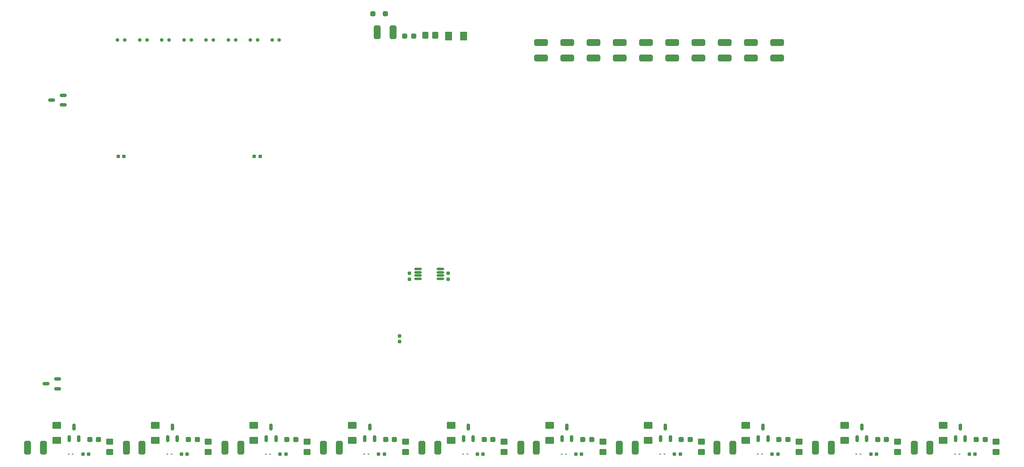
<source format=gbr>
%TF.GenerationSoftware,KiCad,Pcbnew,8.0.7*%
%TF.CreationDate,2025-03-17T18:41:30-07:00*%
%TF.ProjectId,launchController_noTemp,6c61756e-6368-4436-9f6e-74726f6c6c65,rev?*%
%TF.SameCoordinates,Original*%
%TF.FileFunction,Paste,Top*%
%TF.FilePolarity,Positive*%
%FSLAX46Y46*%
G04 Gerber Fmt 4.6, Leading zero omitted, Abs format (unit mm)*
G04 Created by KiCad (PCBNEW 8.0.7) date 2025-03-17 18:41:30*
%MOMM*%
%LPD*%
G01*
G04 APERTURE LIST*
G04 Aperture macros list*
%AMRoundRect*
0 Rectangle with rounded corners*
0 $1 Rounding radius*
0 $2 $3 $4 $5 $6 $7 $8 $9 X,Y pos of 4 corners*
0 Add a 4 corners polygon primitive as box body*
4,1,4,$2,$3,$4,$5,$6,$7,$8,$9,$2,$3,0*
0 Add four circle primitives for the rounded corners*
1,1,$1+$1,$2,$3*
1,1,$1+$1,$4,$5*
1,1,$1+$1,$6,$7*
1,1,$1+$1,$8,$9*
0 Add four rect primitives between the rounded corners*
20,1,$1+$1,$2,$3,$4,$5,0*
20,1,$1+$1,$4,$5,$6,$7,0*
20,1,$1+$1,$6,$7,$8,$9,0*
20,1,$1+$1,$8,$9,$2,$3,0*%
G04 Aperture macros list end*
%ADD10RoundRect,0.150000X0.150000X-0.512500X0.150000X0.512500X-0.150000X0.512500X-0.150000X-0.512500X0*%
%ADD11RoundRect,0.250000X-0.450000X0.350000X-0.450000X-0.350000X0.450000X-0.350000X0.450000X0.350000X0*%
%ADD12RoundRect,0.155000X-0.212500X-0.155000X0.212500X-0.155000X0.212500X0.155000X-0.212500X0.155000X0*%
%ADD13RoundRect,0.250001X0.462499X0.624999X-0.462499X0.624999X-0.462499X-0.624999X0.462499X-0.624999X0*%
%ADD14RoundRect,0.250000X-0.350000X-0.450000X0.350000X-0.450000X0.350000X0.450000X-0.350000X0.450000X0*%
%ADD15RoundRect,0.250000X-0.400000X-1.075000X0.400000X-1.075000X0.400000X1.075000X-0.400000X1.075000X0*%
%ADD16RoundRect,0.062500X-0.117500X-0.062500X0.117500X-0.062500X0.117500X0.062500X-0.117500X0.062500X0*%
%ADD17RoundRect,0.237500X-0.287500X-0.237500X0.287500X-0.237500X0.287500X0.237500X-0.287500X0.237500X0*%
%ADD18RoundRect,0.150000X0.150000X0.200000X-0.150000X0.200000X-0.150000X-0.200000X0.150000X-0.200000X0*%
%ADD19RoundRect,0.250000X1.075000X-0.400000X1.075000X0.400000X-1.075000X0.400000X-1.075000X-0.400000X0*%
%ADD20RoundRect,0.150000X0.512500X0.150000X-0.512500X0.150000X-0.512500X-0.150000X0.512500X-0.150000X0*%
%ADD21RoundRect,0.250001X-0.624999X0.462499X-0.624999X-0.462499X0.624999X-0.462499X0.624999X0.462499X0*%
%ADD22RoundRect,0.155000X0.155000X-0.212500X0.155000X0.212500X-0.155000X0.212500X-0.155000X-0.212500X0*%
%ADD23RoundRect,0.150000X-0.150000X-0.200000X0.150000X-0.200000X0.150000X0.200000X-0.150000X0.200000X0*%
%ADD24RoundRect,0.155000X-0.155000X0.212500X-0.155000X-0.212500X0.155000X-0.212500X0.155000X0.212500X0*%
%ADD25RoundRect,0.250000X-0.250000X-0.250000X0.250000X-0.250000X0.250000X0.250000X-0.250000X0.250000X0*%
%ADD26RoundRect,0.112500X-0.612500X-0.112500X0.612500X-0.112500X0.612500X0.112500X-0.612500X0.112500X0*%
%ADD27RoundRect,0.237500X0.287500X0.237500X-0.287500X0.237500X-0.287500X-0.237500X0.287500X-0.237500X0*%
G04 APERTURE END LIST*
D10*
%TO.C,Q9*%
X274057512Y-174787500D03*
X275957512Y-174787500D03*
X275007512Y-172512500D03*
%TD*%
D11*
%TO.C,R11*%
X282061964Y-175350000D03*
X282061964Y-177350000D03*
%TD*%
D12*
%TO.C,C13*%
X155405000Y-119160000D03*
X156540000Y-119160000D03*
%TD*%
D13*
%TO.C,D1*%
X196617500Y-95400000D03*
X193642500Y-95400000D03*
%TD*%
D14*
%TO.C,R1*%
X189080000Y-95270000D03*
X191080000Y-95270000D03*
%TD*%
D10*
%TO.C,Q3*%
X157776006Y-174787500D03*
X159676006Y-174787500D03*
X158726006Y-172512500D03*
%TD*%
D15*
%TO.C,R15*%
X149630458Y-176550000D03*
X152730458Y-176550000D03*
%TD*%
D16*
%TO.C,D25*%
X158526006Y-177850000D03*
X157686006Y-177850000D03*
%TD*%
D17*
%TO.C,D12*%
X297544509Y-174950000D03*
X299294509Y-174950000D03*
%TD*%
D18*
%TO.C,D37*%
X141627858Y-96160000D03*
X143027858Y-96160000D03*
%TD*%
D19*
%TO.C,R29*%
X227339998Y-99760000D03*
X227339998Y-96660000D03*
%TD*%
D20*
%TO.C,J15*%
X117777500Y-109010000D03*
X117777500Y-107110000D03*
X115502500Y-108060000D03*
%TD*%
D17*
%TO.C,D6*%
X181263003Y-174950000D03*
X183013003Y-174950000D03*
%TD*%
D21*
%TO.C,D14*%
X135914009Y-172162500D03*
X135914009Y-175137500D03*
%TD*%
D16*
%TO.C,D27*%
X197350000Y-177850000D03*
X196510000Y-177850000D03*
%TD*%
D19*
%TO.C,R28*%
X232506664Y-99760000D03*
X232506664Y-96660000D03*
%TD*%
D16*
%TO.C,D32*%
X294219509Y-177850000D03*
X293379509Y-177850000D03*
%TD*%
D15*
%TO.C,R18*%
X207866449Y-176550000D03*
X210966449Y-176550000D03*
%TD*%
D22*
%TO.C,C14*%
X184040000Y-155660000D03*
X184040000Y-154525000D03*
%TD*%
D23*
%TO.C,D34*%
X156054284Y-96160000D03*
X154654284Y-96160000D03*
%TD*%
D12*
%TO.C,C9*%
X257360515Y-177850000D03*
X258495515Y-177850000D03*
%TD*%
D15*
%TO.C,R22*%
X285323961Y-176550000D03*
X288423961Y-176550000D03*
%TD*%
D11*
%TO.C,R3*%
X126956464Y-175350000D03*
X126956464Y-177350000D03*
%TD*%
D21*
%TO.C,D21*%
X271607512Y-172162500D03*
X271607512Y-175137500D03*
%TD*%
D12*
%TO.C,C8*%
X238138994Y-177850000D03*
X239273994Y-177850000D03*
%TD*%
D15*
%TO.C,R17*%
X188454452Y-176550000D03*
X191554452Y-176550000D03*
%TD*%
D17*
%TO.C,D11*%
X278132512Y-174950000D03*
X279882512Y-174950000D03*
%TD*%
D23*
%TO.C,D40*%
X129911432Y-96160000D03*
X128511432Y-96160000D03*
%TD*%
D15*
%TO.C,R19*%
X227278446Y-176550000D03*
X230378446Y-176550000D03*
%TD*%
D24*
%TO.C,C17*%
X185928000Y-142180500D03*
X185928000Y-143315500D03*
%TD*%
D10*
%TO.C,Q4*%
X177188003Y-174787500D03*
X179088003Y-174787500D03*
X178138003Y-172512500D03*
%TD*%
%TO.C,Q8*%
X254645515Y-174787500D03*
X256545515Y-174787500D03*
X255595515Y-172512500D03*
%TD*%
D21*
%TO.C,D20*%
X252195515Y-172162500D03*
X252195515Y-175137500D03*
%TD*%
D16*
%TO.C,D29*%
X236173994Y-177850000D03*
X235333994Y-177850000D03*
%TD*%
D10*
%TO.C,Q6*%
X216011997Y-174787500D03*
X217911997Y-174787500D03*
X216961997Y-172512500D03*
%TD*%
D24*
%TO.C,C16*%
X193548000Y-142180500D03*
X193548000Y-143315500D03*
%TD*%
D16*
%TO.C,D23*%
X119702012Y-177850000D03*
X118862012Y-177850000D03*
%TD*%
D12*
%TO.C,C10*%
X276772512Y-177850000D03*
X277907512Y-177850000D03*
%TD*%
D10*
%TO.C,Q1*%
X118952012Y-174787500D03*
X120852012Y-174787500D03*
X119902012Y-172512500D03*
%TD*%
D23*
%TO.C,D36*%
X147340000Y-96160000D03*
X145940000Y-96160000D03*
%TD*%
D15*
%TO.C,R13*%
X110806464Y-176550000D03*
X113906464Y-176550000D03*
%TD*%
D25*
%TO.C,D41*%
X178730000Y-91030000D03*
X181230000Y-91030000D03*
%TD*%
D11*
%TO.C,R9*%
X243428446Y-175350000D03*
X243428446Y-177350000D03*
%TD*%
D21*
%TO.C,D15*%
X155326006Y-172162500D03*
X155326006Y-175137500D03*
%TD*%
D15*
%TO.C,R2*%
X179610000Y-94690000D03*
X182710000Y-94690000D03*
%TD*%
D21*
%TO.C,D19*%
X232973994Y-172162500D03*
X232973994Y-175137500D03*
%TD*%
D19*
%TO.C,R26*%
X242839996Y-99760000D03*
X242839996Y-96660000D03*
%TD*%
D11*
%TO.C,R7*%
X204604452Y-175350000D03*
X204604452Y-177350000D03*
%TD*%
D17*
%TO.C,D3*%
X123027012Y-174950000D03*
X124777012Y-174950000D03*
%TD*%
D16*
%TO.C,D24*%
X139114009Y-177850000D03*
X138274009Y-177850000D03*
%TD*%
D18*
%TO.C,D33*%
X158940000Y-96160000D03*
X160340000Y-96160000D03*
%TD*%
D12*
%TO.C,C6*%
X199315000Y-177850000D03*
X200450000Y-177850000D03*
%TD*%
D17*
%TO.C,D7*%
X200675000Y-174950000D03*
X202425000Y-174950000D03*
%TD*%
D15*
%TO.C,R20*%
X246499967Y-176550000D03*
X249599967Y-176550000D03*
%TD*%
%TO.C,R14*%
X130218461Y-176550000D03*
X133318461Y-176550000D03*
%TD*%
D17*
%TO.C,D9*%
X239498994Y-174950000D03*
X241248994Y-174950000D03*
%TD*%
%TO.C,D10*%
X258720515Y-174950000D03*
X260470515Y-174950000D03*
%TD*%
D10*
%TO.C,Q7*%
X235423994Y-174787500D03*
X237323994Y-174787500D03*
X236373994Y-172512500D03*
%TD*%
D17*
%TO.C,D4*%
X142439009Y-174950000D03*
X144189009Y-174950000D03*
%TD*%
D19*
%TO.C,R23*%
X258340000Y-99760000D03*
X258340000Y-96660000D03*
%TD*%
%TO.C,R30*%
X222173332Y-99760000D03*
X222173332Y-96660000D03*
%TD*%
%TO.C,R31*%
X217006666Y-99760000D03*
X217006666Y-96660000D03*
%TD*%
D12*
%TO.C,C2*%
X121667012Y-177850000D03*
X122802012Y-177850000D03*
%TD*%
D16*
%TO.C,D28*%
X216761997Y-177850000D03*
X215921997Y-177850000D03*
%TD*%
D26*
%TO.C,U3*%
X187624000Y-141306000D03*
X187624000Y-141956000D03*
X187624000Y-142606000D03*
X187624000Y-143256000D03*
X192024000Y-143256000D03*
X192024000Y-142606000D03*
X192024000Y-141956000D03*
X192024000Y-141306000D03*
%TD*%
D12*
%TO.C,C3*%
X141079009Y-177850000D03*
X142214009Y-177850000D03*
%TD*%
D21*
%TO.C,D13*%
X116502012Y-172162500D03*
X116502012Y-175137500D03*
%TD*%
%TO.C,D18*%
X213561997Y-172162500D03*
X213561997Y-175137500D03*
%TD*%
%TO.C,D22*%
X291019509Y-172162500D03*
X291019509Y-175137500D03*
%TD*%
%TO.C,D17*%
X194150000Y-172162500D03*
X194150000Y-175137500D03*
%TD*%
D12*
%TO.C,C4*%
X160491006Y-177850000D03*
X161626006Y-177850000D03*
%TD*%
D15*
%TO.C,R21*%
X265911964Y-176550000D03*
X269011964Y-176550000D03*
%TD*%
D23*
%TO.C,D38*%
X138625716Y-96160000D03*
X137225716Y-96160000D03*
%TD*%
D18*
%TO.C,D39*%
X132913574Y-96160000D03*
X134313574Y-96160000D03*
%TD*%
D19*
%TO.C,R32*%
X211840000Y-99760000D03*
X211840000Y-96660000D03*
%TD*%
D11*
%TO.C,R8*%
X224016449Y-175350000D03*
X224016449Y-177350000D03*
%TD*%
D16*
%TO.C,D31*%
X274807512Y-177850000D03*
X273967512Y-177850000D03*
%TD*%
D11*
%TO.C,R4*%
X146368461Y-175350000D03*
X146368461Y-177350000D03*
%TD*%
D12*
%TO.C,C7*%
X218726997Y-177850000D03*
X219861997Y-177850000D03*
%TD*%
D17*
%TO.C,D5*%
X161851006Y-174950000D03*
X163601006Y-174950000D03*
%TD*%
D11*
%TO.C,R10*%
X262649967Y-175350000D03*
X262649967Y-177350000D03*
%TD*%
D21*
%TO.C,D16*%
X174738003Y-172162500D03*
X174738003Y-175137500D03*
%TD*%
D16*
%TO.C,D30*%
X255395515Y-177850000D03*
X254555515Y-177850000D03*
%TD*%
D12*
%TO.C,C12*%
X128605000Y-119160000D03*
X129740000Y-119160000D03*
%TD*%
D16*
%TO.C,D26*%
X177938003Y-177850000D03*
X177098003Y-177850000D03*
%TD*%
D12*
%TO.C,C11*%
X296184509Y-177850000D03*
X297319509Y-177850000D03*
%TD*%
D27*
%TO.C,D2*%
X186780000Y-95450000D03*
X185030000Y-95450000D03*
%TD*%
D18*
%TO.C,D35*%
X150342142Y-96160000D03*
X151742142Y-96160000D03*
%TD*%
D12*
%TO.C,C5*%
X179903003Y-177850000D03*
X181038003Y-177850000D03*
%TD*%
D11*
%TO.C,R6*%
X185192455Y-175350000D03*
X185192455Y-177350000D03*
%TD*%
D10*
%TO.C,Q5*%
X196600000Y-174787500D03*
X198500000Y-174787500D03*
X197550000Y-172512500D03*
%TD*%
%TO.C,Q2*%
X138364009Y-174787500D03*
X140264009Y-174787500D03*
X139314009Y-172512500D03*
%TD*%
D17*
%TO.C,D8*%
X220086997Y-174950000D03*
X221836997Y-174950000D03*
%TD*%
D11*
%TO.C,R12*%
X301473961Y-175350000D03*
X301473961Y-177350000D03*
%TD*%
D19*
%TO.C,R25*%
X248006662Y-99760000D03*
X248006662Y-96660000D03*
%TD*%
%TO.C,R24*%
X253173328Y-99760000D03*
X253173328Y-96660000D03*
%TD*%
D11*
%TO.C,R5*%
X165780458Y-175350000D03*
X165780458Y-177350000D03*
%TD*%
D19*
%TO.C,R27*%
X237673330Y-99760000D03*
X237673330Y-96660000D03*
%TD*%
D15*
%TO.C,R16*%
X169042455Y-176550000D03*
X172142455Y-176550000D03*
%TD*%
D20*
%TO.C,J18*%
X116677500Y-164910000D03*
X116677500Y-163010000D03*
X114402500Y-163960000D03*
%TD*%
D10*
%TO.C,Q10*%
X293469509Y-174787500D03*
X295369509Y-174787500D03*
X294419509Y-172512500D03*
%TD*%
M02*

</source>
